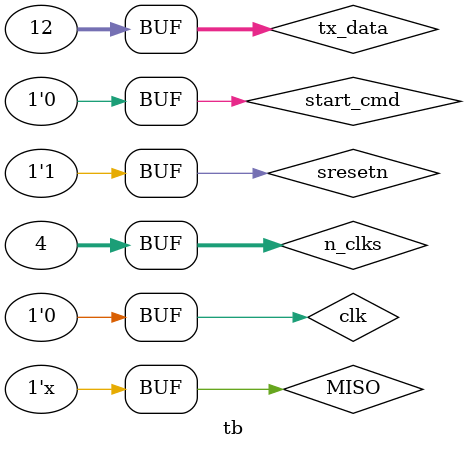
<source format=v>
`timescale 1 ns / 1 ps

module tb();

reg clk;
reg sresetn;
reg MISO;
reg start_cmd;
reg [31:0]n_clks;
reg [31:0] tx_data;

wire SS_N;
wire MOSI;
wire SCLK;
wire spi_drv_rdy;
wire [31:0]rx_miso;


spi_drv check (.clk(clk), .sresetn(sresetn), .SS_N(SS_N), .MISO(MISO), .MOSI(MOSI), .SCLK(SCLK), .start_cmd(start_cmd), .spi_drv_rdy(spi_drv_rdy), .n_clks(n_clks), .tx_data(tx_data), .rx_miso(rx_miso));

//Produce 50Mhz clk
always
begin
	clk = 1'd1;
	#10;
	clk = 1'd0;
	#10;
end


initial
begin

sresetn = 0;
start_cmd = 1'd0;
n_clks = 6'b000100;
tx_data = 32'b1100;
MISO = 1'dx;

#400;

sresetn = 1;

#2000;
start_cmd = 1'd1;
#1000;
MISO = 1'd1;
start_cmd = 1'd0;
//tx_data = 32'b1010;
#2000;
MISO = 1'd0;
#2000;
MISO = 1'd1;
#2000;
MISO = 1'd0;
#2000;
MISO = 1'dx;
#2000;
//#2000
//start_cmd = 1'd1;
//#1000;
//MISO = 1'd1;
//start_cmd = 1'd0;
//#2000;
//MISO = 1'd1;
//#2000;
//MISO = 1'd1;
//#2000;
//MISO = 1'd0;
//#2000;
//MISO = 1'dx;

//start_cmd = 1'd0;

end

endmodule
</source>
